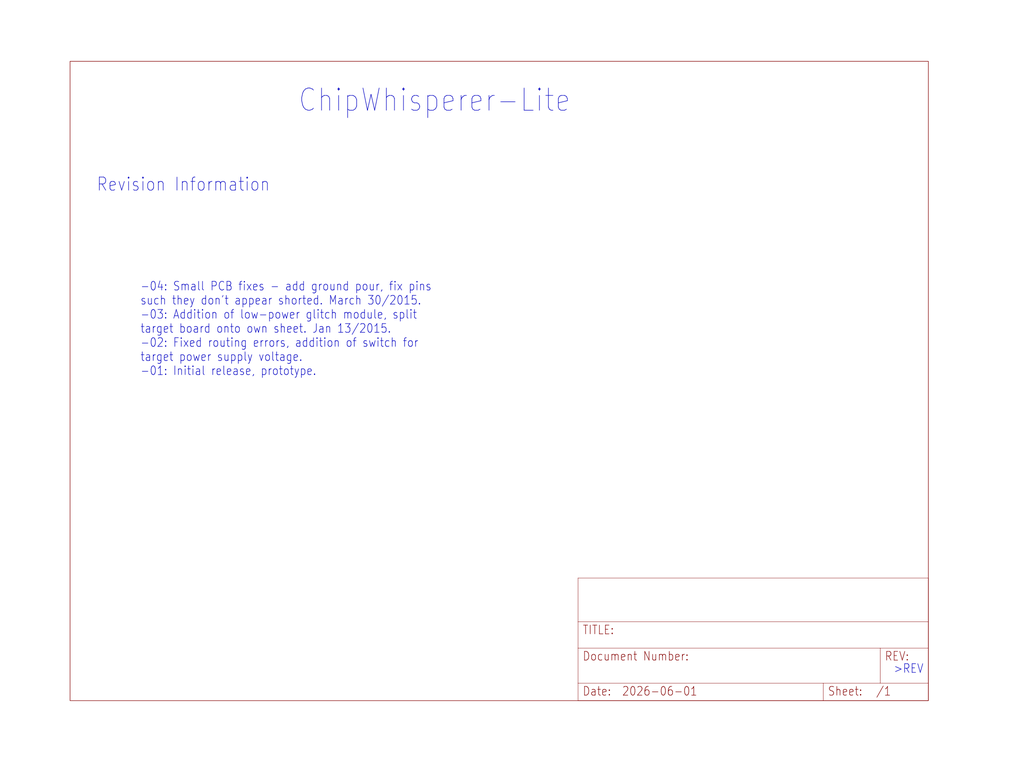
<source format=kicad_sch>
(kicad_sch (version 20230121) (generator eeschema)
  (paper "User" 297.002 223.571)
  (lib_symbols
    (symbol "cw-lite-main-eagle-import:LETTER_L"
      (symbol "LETTER_L_1_0"
        (polyline (pts (xy 0 0) (xy 248.92 0) (xy 248.92 185.42) (xy 0 185.42) (xy 0 0)))
      )
      (symbol "LETTER_L_2_0"
        (polyline (pts (xy 0 0) (xy 0 5.08)) (stroke (width 0.1016)))
        (polyline (pts (xy 0 0) (xy 71.12 0)) (stroke (width 0.1016)))
        (polyline (pts (xy 0 5.08) (xy 0 15.24)) (stroke (width 0.1016)))
        (polyline (pts (xy 0 5.08) (xy 71.12 5.08)) (stroke (width 0.1016)))
        (polyline (pts (xy 0 15.24) (xy 0 22.86)) (stroke (width 0.1016)))
        (polyline (pts (xy 0 22.86) (xy 0 35.56)) (stroke (width 0.1016)))
        (polyline (pts (xy 0 22.86) (xy 101.6 22.86)) (stroke (width 0.1016)))
        (polyline (pts (xy 71.12 0) (xy 101.6 0)) (stroke (width 0.1016)))
        (polyline (pts (xy 71.12 5.08) (xy 71.12 0)) (stroke (width 0.1016)))
        (polyline (pts (xy 71.12 5.08) (xy 87.63 5.08)) (stroke (width 0.1016)))
        (polyline (pts (xy 87.63 5.08) (xy 101.6 5.08)) (stroke (width 0.1016)))
        (polyline (pts (xy 87.63 15.24) (xy 0 15.24)) (stroke (width 0.1016)))
        (polyline (pts (xy 87.63 15.24) (xy 87.63 5.08)) (stroke (width 0.1016)))
        (polyline (pts (xy 101.6 5.08) (xy 101.6 0)) (stroke (width 0.1016)))
        (polyline (pts (xy 101.6 15.24) (xy 87.63 15.24)) (stroke (width 0.1016)))
        (polyline (pts (xy 101.6 15.24) (xy 101.6 5.08)) (stroke (width 0.1016)))
        (polyline (pts (xy 101.6 22.86) (xy 101.6 15.24)) (stroke (width 0.1016)))
        (polyline (pts (xy 101.6 35.56) (xy 0 35.56)) (stroke (width 0.1016)))
        (polyline (pts (xy 101.6 35.56) (xy 101.6 22.86)) (stroke (width 0.1016)))
        (text "${#}/${##}" (at 86.36 1.27 0) (effects (font (size 2.54 2.159)) (justify left bottom)))
        (text "${CURRENT_DATE}" (at 12.7 1.27 0) (effects (font (size 2.54 2.159)) (justify left bottom)))
        (text "${PROJECTNAME}" (at 17.78 19.05 0) (effects (font (size 2.54 2.159)) (justify left bottom)))
        (text "Date:" (at 1.27 1.27 0) (effects (font (size 2.54 2.159)) (justify left bottom)))
        (text "Document Number:" (at 1.27 11.43 0) (effects (font (size 2.54 2.159)) (justify left bottom)))
        (text "REV:" (at 88.9 11.43 0) (effects (font (size 2.54 2.159)) (justify left bottom)))
        (text "Sheet:" (at 72.39 1.27 0) (effects (font (size 2.54 2.159)) (justify left bottom)))
        (text "TITLE:" (at 1.27 19.05 0) (effects (font (size 2.54 2.159)) (justify left bottom)))
      )
    )
  )
  (text "ChipWhisperer-Lite" (at 86.36 33.02 0) (effects (font (size 6.4516 5.4838)) (justify left bottom)))
  (text "-04: Small PCB fixes - add ground pour, fix pins\nsuch they don't appear shorted. March 30/2015.\n-03: Addition of low-power glitch module, split\ntarget board onto own sheet. Jan 13/2015.\n-02: Fixed routing errors, addition of switch for\ntarget power supply voltage.\n-01: Initial release, prototype." (at 40.64 109.22 0) (effects (font (size 2.54 2.159)) (justify left bottom)))
  (text ">REV" (at 259.08 195.58 0) (effects (font (size 2.54 2.159)) (justify left bottom)))
  (text "Revision Information" (at 27.94 55.88 0) (effects (font (size 3.81 3.2385)) (justify left bottom)))
  (symbol (lib_id "cw-lite-main-eagle-import:LETTER_L") (at 20.32 203.2 0) (unit 1)
    (property "Reference" "#FRAME9" (effects hide))
    (property "Value" "LETTER_L" (effects hide))
  )
  (symbol (lib_id "cw-lite-main-eagle-import:LETTER_L") (at 167.64 203.2 0) (unit 2)
    (property "Reference" "#FRAME9" (effects hide))
    (property "Value" "LETTER_L" (effects hide))
  )
)
</source>
